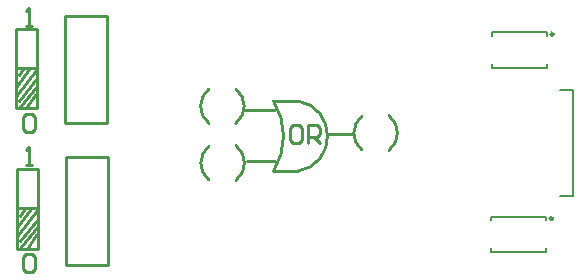
<source format=gbr>
G04*
G04 #@! TF.GenerationSoftware,Altium Limited,Altium Designer,23.0.1 (38)*
G04*
G04 Layer_Color=65535*
%FSLAX43Y43*%
%MOMM*%
G71*
G04*
G04 #@! TF.SameCoordinates,0C8224BD-781C-42A6-9A02-31E2BED0DC02*
G04*
G04*
G04 #@! TF.FilePolarity,Positive*
G04*
G01*
G75*
%ADD10C,0.250*%
%ADD11C,0.254*%
%ADD12C,0.200*%
D10*
X126334Y109910D02*
G03*
X126334Y109910I-125J0D01*
G01*
X126258Y94289D02*
G03*
X126258Y94289I-125J0D01*
G01*
D11*
X102616Y98298D02*
G03*
X102616Y104267I-4837J2984D01*
G01*
X104648Y98298D02*
G03*
X104648Y104267I-483J2984D01*
G01*
X99429Y102362D02*
G03*
X99433Y105273I-1142J1457D01*
G01*
X97155Y105284D02*
G03*
X97151Y102357I1133J-1465D01*
G01*
X110121Y102997D02*
G03*
X110117Y100086I1142J-1457D01*
G01*
X112396Y100075D02*
G03*
X112399Y103002I-1133J1465D01*
G01*
X97167Y100457D02*
G03*
X97163Y97546I1142J-1457D01*
G01*
X99441Y97535D02*
G03*
X99445Y100462I-1133J1465D01*
G01*
X80896Y95154D02*
X82674D01*
X80896Y98456D02*
X82674D01*
Y91725D02*
Y98456D01*
X80896Y91725D02*
X82674D01*
X80896D02*
Y98456D01*
X81150Y94519D02*
X81531Y95027D01*
X81023Y93630D02*
X82039Y95027D01*
X81023Y92868D02*
X82674Y95090D01*
X81150Y92360D02*
X82674Y94265D01*
X81277Y91852D02*
X82674Y93630D01*
X81785Y91725D02*
X82547Y92868D01*
X81661Y103632D02*
X82423Y104775D01*
X81153Y103759D02*
X82550Y105537D01*
X81026Y104267D02*
X82550Y106172D01*
X80899Y104775D02*
X82550Y106997D01*
X80899Y105537D02*
X81915Y106934D01*
X81026Y106426D02*
X81407Y106934D01*
X80772Y103632D02*
Y110363D01*
Y103632D02*
X82550D01*
Y110363D01*
X80772D02*
X82550D01*
X80772Y107061D02*
X82550D01*
X102616Y104267D02*
X104648D01*
X102616Y98298D02*
X104648D01*
X100178Y103505D02*
X102743D01*
X107188Y101473D02*
X109347D01*
X100401Y99187D02*
X102743D01*
X84941Y102384D02*
X88541D01*
X84941Y111484D02*
X88541D01*
Y102384D02*
Y111484D01*
X84941Y102384D02*
Y111484D01*
X85009Y90406D02*
X88609D01*
X85009Y99506D02*
X88609D01*
Y90406D02*
Y99506D01*
X85009Y90406D02*
Y99506D01*
X81407Y91059D02*
X81661Y91313D01*
X82169D01*
X82423Y91059D01*
Y90043D01*
X82169Y89789D01*
X81661D01*
X81407Y90043D01*
Y91059D01*
X81661Y98806D02*
X82169D01*
X81915D01*
Y100330D01*
X81661Y100076D01*
Y110617D02*
X82169D01*
X81915D01*
Y112141D01*
X81661Y111887D01*
X81407Y102870D02*
X81661Y103124D01*
X82169D01*
X82423Y102870D01*
Y101854D01*
X82169Y101600D01*
X81661D01*
X81407Y101854D01*
Y102870D01*
X104775Y102235D02*
X104267D01*
X104013Y101981D01*
Y100965D01*
X104267Y100711D01*
X104775D01*
X105029Y100965D01*
Y101981D01*
X104775Y102235D01*
X105537Y100711D02*
Y102235D01*
X106298D01*
X106552Y101981D01*
Y101473D01*
X106298Y101219D01*
X105537D01*
X106044D02*
X106552Y100711D01*
D12*
X125744Y107085D02*
Y107410D01*
X121144Y107085D02*
Y107410D01*
X125744Y109760D02*
Y110085D01*
X121144Y109760D02*
Y110085D01*
Y107085D02*
X125744D01*
X121144Y110085D02*
X125744D01*
X125668Y91464D02*
Y91789D01*
X121068Y91464D02*
Y91789D01*
X125668Y94139D02*
Y94464D01*
X121068Y94139D02*
Y94464D01*
Y91464D02*
X125668D01*
X121068Y94464D02*
X125668D01*
X126837Y96241D02*
X127987D01*
Y105181D01*
X126837D02*
X127987D01*
M02*

</source>
